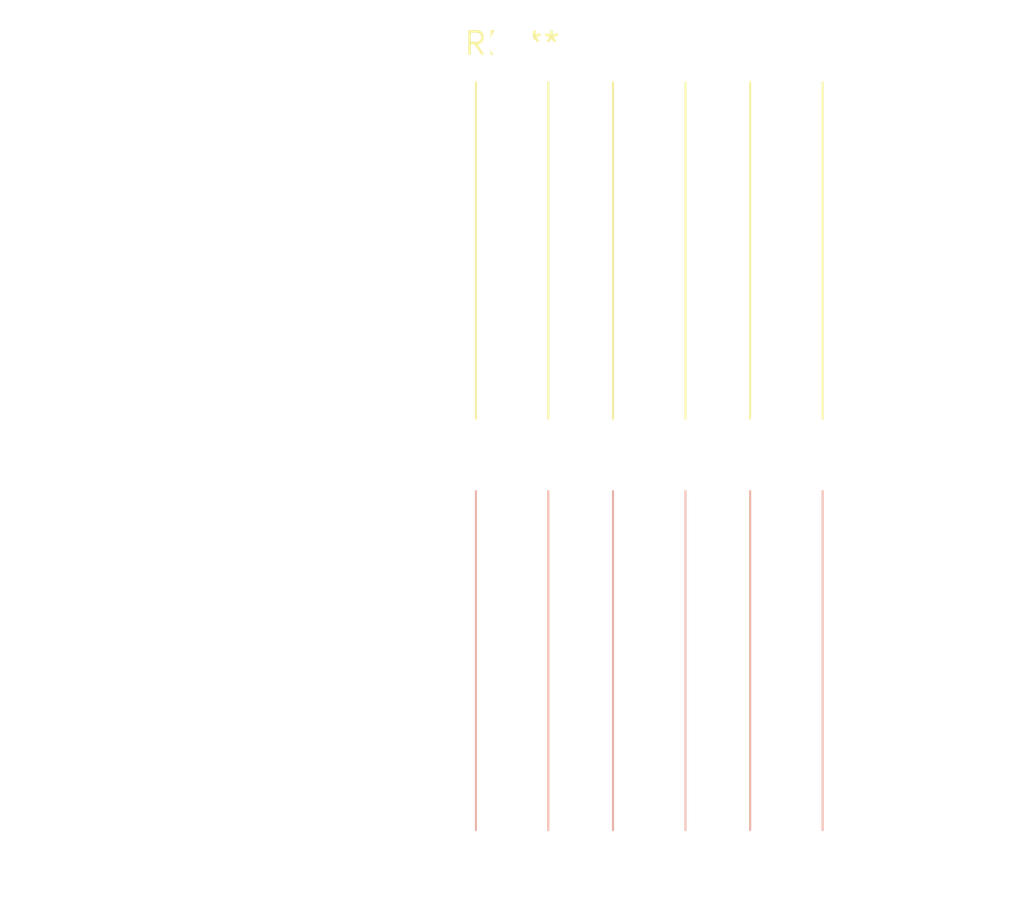
<source format=kicad_pcb>
(kicad_pcb (version 20240108) (generator pcbnew)
  (layers (0 "F.Cu" signal) (31 "B.Cu" signal) (34 "B.Paste" user) (35 "F.Paste" user) (36 "B.SilkS" user "B.Silkscreen") (37 "F.SilkS" user "F.Silkscreen") (38 "B.Mask" user) (39 "F.Mask" user) (44 "Edge.Cuts" user))
  (net 0 "")
  (footprint "SolderWire-2sqmm_1x03_P7.8mm_D2mm_OD3.9mm_Relief2x" (layer "F.Cu") (at 0 0)
    (property "Reference" "REF**")
    (property "Value" "SolderWire-2sqmm_1x03_P7.8mm_D2mm_OD3.9mm_Relief2x")
    (fp_line (start -2.06 25.46) (end -2.06 44.74) (layer "B.SilkS") (stroke (width 0.12)))
    (fp_line (start 2.06 25.46) (end 2.06 44.74) (layer "B.SilkS") (stroke (width 0.12)))
    (fp_line (start 5.74 25.46) (end 5.74 44.74) (layer "B.SilkS") (stroke (width 0.12)))
    (fp_line (start 9.86 25.46) (end 9.86 44.74) (layer "B.SilkS") (stroke (width 0.12)))
    (fp_line (start 13.54 25.46) (end 13.54 44.74) (layer "B.SilkS") (stroke (width 0.12)))
    (fp_line (start 17.66 25.46) (end 17.66 44.74) (layer "B.SilkS") (stroke (width 0.12)))
    (fp_line (start -2.06 2.21) (end -2.06 21.34) (layer "F.SilkS") (stroke (width 0.12)))
    (fp_line (start 2.06 2.21) (end 2.06 21.34) (layer "F.SilkS") (stroke (width 0.12)))
    (fp_line (start 5.74 2.21) (end 5.74 21.34) (layer "F.SilkS") (stroke (width 0.12)))
    (fp_line (start 9.86 2.21) (end 9.86 21.34) (layer "F.SilkS") (stroke (width 0.12)))
    (fp_line (start 13.54 2.21) (end 13.54 21.34) (layer "F.SilkS") (stroke (width 0.12)))
    (fp_line (start 17.66 2.21) (end 17.66 21.34) (layer "F.SilkS") (stroke (width 0.12)))
    (pad "" np_thru_hole circle (at 0 23.4) (size 4.4 4.4) (drill 4.4) (layers *.Cu *.Mask))
    (pad "" np_thru_hole circle (at 0 46.8) (size 4.4 4.4) (drill 4.4) (layers *.Cu *.Mask))
    (pad "" np_thru_hole circle (at 7.8 23.4) (size 4.4 4.4) (drill 4.4) (layers *.Cu *.Mask))
    (pad "" np_thru_hole circle (at 7.8 46.8) (size 4.4 4.4) (drill 4.4) (layers *.Cu *.Mask))
    (pad "" np_thru_hole circle (at 15.6 23.4) (size 4.4 4.4) (drill 4.4) (layers *.Cu *.Mask))
    (pad "" np_thru_hole circle (at 15.6 46.8) (size 4.4 4.4) (drill 4.4) (layers *.Cu *.Mask))
    (pad "1" thru_hole roundrect (at 0 0) (size 3.9 3.9) (drill 2.5) (layers *.Cu *.Mask) (remove_unused_layers) (roundrect_rratio 0.064103))
    (pad "2" thru_hole circle (at 7.8 0) (size 3.9 3.9) (drill 2.5) (layers *.Cu *.Mask) (remove_unused_layers))
    (pad "3" thru_hole circle (at 15.6 0) (size 3.9 3.9) (drill 2.5) (layers *.Cu *.Mask) (remove_unused_layers))
  )
)
</source>
